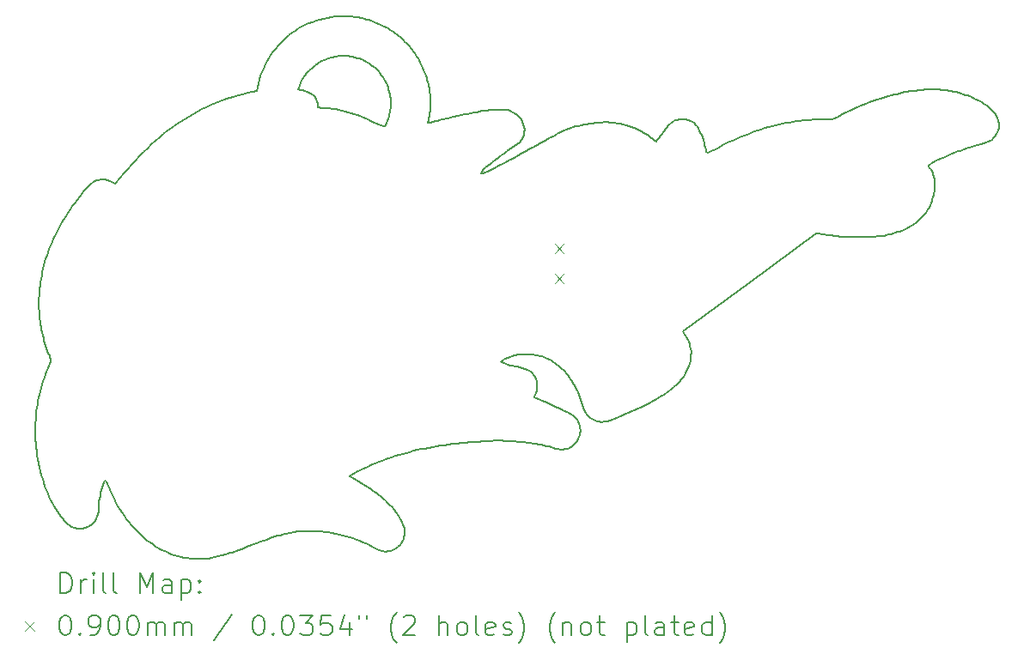
<source format=gbr>
%TF.GenerationSoftware,KiCad,Pcbnew,8.0.6*%
%TF.CreationDate,2024-11-25T21:34:24-05:00*%
%TF.ProjectId,mason-comet-ornament,6d61736f-6e2d-4636-9f6d-65742d6f726e,rev?*%
%TF.SameCoordinates,Original*%
%TF.FileFunction,Drillmap*%
%TF.FilePolarity,Positive*%
%FSLAX45Y45*%
G04 Gerber Fmt 4.5, Leading zero omitted, Abs format (unit mm)*
G04 Created by KiCad (PCBNEW 8.0.6) date 2024-11-25 21:34:24*
%MOMM*%
%LPD*%
G01*
G04 APERTURE LIST*
%ADD10C,0.200000*%
%ADD11C,0.100000*%
G04 APERTURE END LIST*
D10*
X10186515Y-4182843D02*
X10250736Y-4189804D01*
X6852713Y-5418366D02*
X6860980Y-5411960D01*
X5052149Y-2910973D02*
X5052149Y-2898859D01*
X8776526Y-3083129D02*
X8755608Y-3060994D01*
X7174893Y-5348348D02*
X7195636Y-5351631D01*
X7216111Y-5355809D01*
X7236308Y-5360870D01*
X7256219Y-5366805D01*
X7275833Y-5373606D01*
X7295141Y-5381260D01*
X7314134Y-5389761D01*
X7332803Y-5399096D01*
X7351138Y-5409258D01*
X7369130Y-5420236D01*
X7386769Y-5432020D01*
X7404047Y-5444601D01*
X7420953Y-5457969D01*
X7437478Y-5472115D01*
X7453614Y-5487028D01*
X7469350Y-5502699D01*
X7484677Y-5519119D01*
X7499586Y-5536278D01*
X7514067Y-5554165D01*
X7528112Y-5572772D01*
X7541710Y-5592089D01*
X7554853Y-5612106D01*
X7567531Y-5632813D01*
X7579734Y-5654200D01*
X7591454Y-5676259D01*
X7602680Y-5698979D01*
X7613404Y-5722351D01*
X7623616Y-5746364D01*
X7633306Y-5771010D01*
X7642466Y-5796278D01*
X7651087Y-5822160D01*
X7659157Y-5848644D01*
X4859431Y-7092343D02*
X4945179Y-7090089D01*
X10387499Y-4189908D02*
X10524263Y-4190012D01*
X4945179Y-7090089D02*
X5030927Y-7087835D01*
X2885944Y-3626052D02*
X2865430Y-3632042D01*
X2842799Y-3641423D01*
X2821625Y-3654460D01*
X2804378Y-3668636D01*
X2785734Y-3687065D01*
X2770212Y-3704189D01*
X2752886Y-3724542D01*
X2740117Y-3740081D01*
X2726223Y-3757322D01*
X11748979Y-3015650D02*
X11736343Y-2990135D01*
X11719130Y-2964963D01*
X11697653Y-2940284D01*
X11672221Y-2916250D01*
X11643147Y-2893015D01*
X11610742Y-2870729D01*
X11593388Y-2859990D01*
X11575317Y-2849546D01*
X11556569Y-2839415D01*
X11537183Y-2829617D01*
X11517197Y-2820170D01*
X11496651Y-2811094D01*
X11475583Y-2802407D01*
X11454032Y-2794129D01*
X11432038Y-2786279D01*
X11409639Y-2778875D01*
X11386873Y-2771937D01*
X11363781Y-2765484D01*
X11340400Y-2759534D01*
X11316771Y-2754107D01*
X11292930Y-2749222D01*
X11268919Y-2744897D01*
X11244774Y-2741153D01*
X11220536Y-2738007D01*
X11196244Y-2735479D01*
X11171935Y-2733587D01*
X11062513Y-3915590D02*
X11073884Y-3895035D01*
X11084615Y-3872794D01*
X11092611Y-3854126D01*
X11099976Y-3834955D01*
X11106611Y-3815539D01*
X11112419Y-3796134D01*
X11118364Y-3772283D01*
X11119362Y-3767607D01*
X7181603Y-5769553D02*
X7183625Y-5763093D01*
X7370688Y-6269026D02*
X7395334Y-6275997D01*
X7417996Y-6280870D01*
X7439056Y-6283637D01*
X7463708Y-6284121D01*
X7487194Y-6281286D01*
X7510260Y-6275115D01*
X7528909Y-6267765D01*
X7533648Y-6265591D01*
X6985307Y-5358439D02*
X7026749Y-5347739D01*
X7136582Y-5343140D02*
X7174893Y-5348348D01*
X6860980Y-5411960D02*
X6879679Y-5400520D01*
X6898710Y-5391068D01*
X6920514Y-5381391D01*
X6943365Y-5372231D01*
X6965538Y-5364333D01*
X6985307Y-5358439D01*
X8722450Y-5288385D02*
X8717702Y-5266700D01*
X8711408Y-5244892D01*
X8703686Y-5223258D01*
X8694656Y-5202089D01*
X8684436Y-5181682D01*
X8673146Y-5162329D01*
X8668356Y-5154950D01*
X7208408Y-5702772D02*
X7210250Y-5669239D01*
X7212131Y-5635706D02*
X7205062Y-5611209D01*
X11127057Y-3618425D02*
X11121224Y-3590886D01*
X5745790Y-7288176D02*
X5766569Y-7283681D01*
X5786379Y-7277200D01*
X5805099Y-7268838D01*
X5822611Y-7258697D01*
X5838796Y-7246884D01*
X5858104Y-7228709D01*
X5874558Y-7207992D01*
X5887875Y-7184980D01*
X5895633Y-7166363D01*
X5899678Y-7153363D01*
X10178231Y-2997970D02*
X10118161Y-3029714D01*
X6722856Y-6201959D02*
X6825066Y-6197432D01*
X6925218Y-2937954D02*
X6898288Y-2930743D01*
X8873243Y-3323158D02*
X8868141Y-3302326D01*
X8862806Y-3282003D01*
X8857259Y-3262244D01*
X8848594Y-3233793D01*
X8839586Y-3206940D01*
X8830311Y-3181878D01*
X8820850Y-3158804D01*
X8811279Y-3137912D01*
X8801679Y-3119397D01*
X8788967Y-3098745D01*
X8776526Y-3083129D01*
X7533648Y-6265591D02*
X7557161Y-6254514D01*
X5616095Y-7259402D02*
X5651686Y-7279801D01*
X10576048Y-4182675D02*
X10601757Y-4178777D01*
X10626802Y-4174461D01*
X10651193Y-4169722D01*
X10674941Y-4164557D01*
X10698058Y-4158963D01*
X10720553Y-4152935D01*
X10742439Y-4146469D01*
X10763726Y-4139563D01*
X10784425Y-4132212D01*
X10804548Y-4124413D01*
X10824106Y-4116161D01*
X10843109Y-4107454D01*
X10861568Y-4098287D01*
X10879495Y-4088657D01*
X10896901Y-4078560D01*
X10913796Y-4067993D01*
X3100403Y-3603452D02*
X3049799Y-3665472D01*
X7205062Y-5611209D02*
X7197488Y-5588760D01*
X7188287Y-5568547D01*
X7177296Y-5550449D01*
X7164355Y-5534345D01*
X7149301Y-5520111D01*
X7131974Y-5507627D01*
X7112211Y-5496770D01*
X7089851Y-5487419D01*
X7064732Y-5479451D01*
X7036694Y-5472746D01*
X7016299Y-5468916D01*
X10994605Y-3998063D02*
X11042257Y-3949660D01*
X9305148Y-4637904D02*
X9963896Y-4153658D01*
X7847115Y-6015505D02*
X7873724Y-6011247D01*
X6661139Y-3560860D02*
X6669290Y-3541897D01*
X6687741Y-3521631D01*
X6704665Y-3505257D01*
X6724713Y-3487060D01*
X6747392Y-3467444D01*
X6772209Y-3446811D01*
X6798671Y-3425563D01*
X6826287Y-3404104D01*
X6854561Y-3382835D01*
X6883003Y-3362159D01*
X6911118Y-3342478D01*
X6938415Y-3324196D01*
X6964400Y-3307714D01*
X6988581Y-3293435D01*
X10118161Y-3029714D02*
X10031125Y-3028516D01*
X5906997Y-7126415D02*
X5904815Y-7092130D01*
X6695245Y-2942573D02*
X6669403Y-2946540D01*
X6642803Y-2950890D01*
X6615347Y-2955643D01*
X6586935Y-2960819D01*
X6557467Y-2966437D01*
X6526844Y-2972516D01*
X6494967Y-2979078D01*
X6461737Y-2986140D01*
X6427053Y-2993724D01*
X6390817Y-3001848D01*
X6352930Y-3010533D01*
X6333335Y-3015091D01*
X6313291Y-3019797D01*
X6292784Y-3024654D01*
X6271801Y-3029662D01*
X6250332Y-3034826D01*
X6228362Y-3040146D01*
X6205880Y-3045627D01*
X6182874Y-3051270D01*
X6159330Y-3057078D01*
X6135236Y-3063053D01*
X7639545Y-6099159D02*
X7635143Y-6070690D01*
X5902651Y-7057845D02*
X5891915Y-7031505D01*
X2403970Y-5357327D02*
X2412057Y-5375804D01*
X2418587Y-5395155D01*
X2414940Y-5417661D01*
X2406055Y-5439167D01*
X2399640Y-5454151D01*
X5522494Y-6462191D02*
X5553543Y-6447933D01*
X5584956Y-6434080D01*
X5616740Y-6420634D01*
X5648900Y-6407591D01*
X5681440Y-6394952D01*
X5714366Y-6382715D01*
X5747683Y-6370878D01*
X5781396Y-6359442D01*
X5815510Y-6348404D01*
X5850031Y-6337763D01*
X5884964Y-6327519D01*
X5920314Y-6317670D01*
X5956086Y-6308215D01*
X5992285Y-6299154D01*
X6028917Y-6290484D01*
X6065987Y-6282205D01*
X6103499Y-6274315D01*
X6141460Y-6266814D01*
X6179873Y-6259700D01*
X6218745Y-6252973D01*
X6258081Y-6246631D01*
X6297886Y-6240672D01*
X6338164Y-6235097D01*
X6378922Y-6229903D01*
X6420164Y-6225090D01*
X6461896Y-6220656D01*
X6504122Y-6216601D01*
X6546848Y-6212923D01*
X6590079Y-6209620D01*
X6633821Y-6206693D01*
X6678078Y-6204140D01*
X6722856Y-6201959D01*
X11119362Y-3767607D02*
X11127092Y-3730316D01*
X8349666Y-3222290D02*
X8328676Y-3205338D01*
X8307067Y-3189290D01*
X8284845Y-3174148D01*
X8262015Y-3159915D01*
X8238582Y-3146593D01*
X8214552Y-3134183D01*
X8189931Y-3122689D01*
X8164722Y-3112112D01*
X8138933Y-3102454D01*
X8112567Y-3093718D01*
X8085631Y-3085906D01*
X8058130Y-3079020D01*
X8030068Y-3073062D01*
X8001453Y-3068034D01*
X7972288Y-3063939D01*
X7942579Y-3060779D01*
X8646400Y-5122168D02*
X9305148Y-4637904D01*
X5767943Y-2869084D02*
X5767395Y-2891311D01*
X5765796Y-2913432D01*
X5763156Y-2935411D01*
X5759483Y-2957213D01*
X5754787Y-2978801D01*
X5749077Y-3000139D01*
X5742363Y-3021191D01*
X5734654Y-3041922D01*
X5725960Y-3062294D01*
X5716289Y-3082271D01*
X5709304Y-3095353D01*
X7016299Y-5468916D02*
X6992530Y-5464431D01*
X6968853Y-5459107D01*
X6945655Y-5453054D01*
X6923318Y-5446381D01*
X6902228Y-5439198D01*
X6882769Y-5431615D01*
X6875528Y-5428494D01*
X6825066Y-6197432D02*
X6921765Y-6201959D01*
X7618555Y-6180702D02*
X7626142Y-6160897D01*
X7631766Y-6141326D01*
X7634570Y-6128201D01*
X5586856Y-3048883D02*
X5556460Y-3033972D01*
X5526329Y-3020010D01*
X5496397Y-3006979D01*
X5466596Y-2994859D01*
X5436858Y-2983633D01*
X5407117Y-2973282D01*
X5377304Y-2963788D01*
X5347352Y-2955131D01*
X5317193Y-2947294D01*
X5286761Y-2940257D01*
X5255986Y-2934003D01*
X5224803Y-2928513D01*
X5193143Y-2923768D01*
X5160939Y-2919749D01*
X5128124Y-2916439D01*
X5094630Y-2913819D01*
X5891915Y-7031505D02*
X5878044Y-7000499D01*
X5861813Y-6969711D01*
X5843235Y-6939153D01*
X5822324Y-6908840D01*
X5799096Y-6878784D01*
X5773563Y-6848999D01*
X5759937Y-6834212D01*
X5745741Y-6819498D01*
X5730975Y-6804858D01*
X5715643Y-6790294D01*
X5699745Y-6775808D01*
X5683284Y-6761400D01*
X5666261Y-6747074D01*
X5648678Y-6732830D01*
X5630537Y-6718671D01*
X5611840Y-6704597D01*
X5592588Y-6690611D01*
X5572784Y-6676714D01*
X5552428Y-6662908D01*
X5531523Y-6649194D01*
X5510071Y-6635574D01*
X5488073Y-6622051D01*
X5465531Y-6608624D01*
X5442447Y-6595297D01*
X5418823Y-6582070D01*
X5394660Y-6568946D01*
X11758033Y-3038250D02*
X11748979Y-3015650D01*
X11583031Y-3274342D02*
X11609928Y-3267559D01*
X11634254Y-3259737D01*
X11656127Y-3250778D01*
X11675667Y-3240584D01*
X11692995Y-3229056D01*
X11708230Y-3216098D01*
X11725494Y-3196424D01*
X11739534Y-3173799D01*
X11748120Y-3154754D01*
X11755171Y-3133821D01*
X7585415Y-5969947D02*
X7562654Y-5945361D01*
X4374595Y-7236157D02*
X4394149Y-7228583D01*
X4413108Y-7221291D01*
X4449323Y-7207522D01*
X4483406Y-7194800D01*
X4515522Y-7183072D01*
X4545836Y-7172288D01*
X4574514Y-7162394D01*
X4601721Y-7153341D01*
X4627622Y-7145076D01*
X4652382Y-7137547D01*
X4676167Y-7130704D01*
X4699142Y-7124494D01*
X4721471Y-7118867D01*
X4743321Y-7113770D01*
X4764857Y-7109152D01*
X4786244Y-7104962D01*
X4807646Y-7101147D01*
X8469430Y-3134753D02*
X8455577Y-3154843D01*
X8442332Y-3173075D01*
X8428266Y-3191810D01*
X8414397Y-3209742D01*
X8401745Y-3225566D01*
X8387275Y-3242488D01*
X8381535Y-3247538D01*
X5361502Y-6546042D02*
X5382131Y-6533799D01*
X5401751Y-6523206D01*
X5425227Y-6510853D01*
X5444306Y-6500986D01*
X5463822Y-6491032D01*
X5483032Y-6481378D01*
X5501193Y-6472410D01*
X5522494Y-6462191D01*
X6898288Y-2930743D02*
X6834049Y-2931137D01*
X7942579Y-3060779D02*
X7888700Y-3055948D01*
X2726223Y-3757322D02*
X2701061Y-3789269D01*
X2676679Y-3821230D01*
X2653073Y-3853207D01*
X2630245Y-3885204D01*
X2608191Y-3917222D01*
X2586912Y-3949265D01*
X2566405Y-3981335D01*
X2546671Y-4013434D01*
X2527708Y-4045565D01*
X2509515Y-4077731D01*
X2492091Y-4109934D01*
X2475435Y-4142177D01*
X2459545Y-4174463D01*
X2444422Y-4206793D01*
X2430063Y-4239171D01*
X2416468Y-4271600D01*
X2403635Y-4304081D01*
X2391564Y-4336617D01*
X2380253Y-4369212D01*
X2369702Y-4401867D01*
X2359909Y-4434585D01*
X2350874Y-4467369D01*
X2342595Y-4500221D01*
X2335071Y-4533144D01*
X2328301Y-4566141D01*
X2322284Y-4599214D01*
X2317019Y-4632365D01*
X2312505Y-4665598D01*
X2308742Y-4698915D01*
X2305727Y-4732318D01*
X2303459Y-4765810D01*
X2301939Y-4799394D01*
X7634570Y-6128201D02*
X7639545Y-6099159D01*
X5631039Y-2538563D02*
X5647022Y-2555358D01*
X5662090Y-2572848D01*
X5676225Y-2590993D01*
X5689412Y-2609755D01*
X5701635Y-2629096D01*
X5712879Y-2648977D01*
X5723127Y-2669360D01*
X5732364Y-2690207D01*
X5740574Y-2711480D01*
X5747740Y-2733140D01*
X5753847Y-2755148D01*
X5758880Y-2777468D01*
X5762821Y-2800059D01*
X5765656Y-2822885D01*
X5767369Y-2845906D01*
X5767943Y-2869084D01*
X7210250Y-5669239D02*
X7212131Y-5635706D01*
X7501904Y-5914655D02*
X7482180Y-5904812D01*
X7460597Y-5894278D01*
X7437447Y-5883185D01*
X7413018Y-5871668D01*
X7387600Y-5859859D01*
X7361483Y-5847891D01*
X7334956Y-5835897D01*
X7308309Y-5824011D01*
X7281831Y-5812365D01*
X7255812Y-5801094D01*
X7238864Y-5793853D01*
X11108537Y-2729490D02*
X11038106Y-2733802D01*
X10250736Y-4189804D02*
X10387499Y-4189908D01*
X2911801Y-3619413D02*
X2885944Y-3626052D01*
X5651221Y-3081324D02*
X5586856Y-3048883D01*
X7081666Y-5345450D02*
X7136582Y-5343140D01*
X8931416Y-3340479D02*
X8911102Y-3351933D01*
X8891584Y-3360640D01*
X8878372Y-3344907D01*
X8873243Y-3323158D01*
X8727515Y-3046965D02*
X8699403Y-3032900D01*
X6769827Y-2931532D02*
X6695245Y-2942573D01*
X7607497Y-6204179D02*
X7618555Y-6180702D01*
X2675010Y-7063712D02*
X2702495Y-7067613D01*
X11121224Y-3590886D02*
X11115869Y-3570171D01*
X11107721Y-3548941D01*
X11096870Y-3529203D01*
X11084715Y-3512246D01*
X11080730Y-3507339D01*
X7820238Y-6011247D02*
X7847115Y-6015505D01*
X2304444Y-4938233D02*
X2306904Y-4965962D01*
X2309918Y-4993703D01*
X2313473Y-5021412D01*
X2317560Y-5049040D01*
X2322166Y-5076542D01*
X2327281Y-5103870D01*
X2332893Y-5130978D01*
X2338992Y-5157819D01*
X2345567Y-5184347D01*
X2352606Y-5210513D01*
X2360098Y-5236273D01*
X2368032Y-5261579D01*
X2376398Y-5286384D01*
X2385183Y-5310641D01*
X2394378Y-5334304D01*
X2403970Y-5357327D01*
X5690462Y-3091488D02*
X5651221Y-3081324D01*
X8724169Y-5404409D02*
X8726316Y-5362967D01*
X11755171Y-3133821D02*
X11762293Y-3109181D01*
X11127092Y-3674362D02*
X11127057Y-3618425D01*
X5907959Y-2261666D02*
X5892689Y-2246771D01*
X5877091Y-2232292D01*
X5861174Y-2218235D01*
X5844948Y-2204602D01*
X5828421Y-2191397D01*
X5811601Y-2178624D01*
X5794498Y-2166287D01*
X5777120Y-2154389D01*
X5759476Y-2142934D01*
X5741575Y-2131925D01*
X5723426Y-2121366D01*
X5705037Y-2111261D01*
X5686417Y-2101614D01*
X5667576Y-2092427D01*
X5648521Y-2083705D01*
X5629263Y-2075452D01*
X5609808Y-2067670D01*
X5590167Y-2060365D01*
X5570348Y-2053538D01*
X5550361Y-2047194D01*
X5530212Y-2041337D01*
X5509913Y-2035970D01*
X5489470Y-2031097D01*
X5468894Y-2026722D01*
X5448192Y-2022847D01*
X5427375Y-2019478D01*
X5406450Y-2016617D01*
X5385426Y-2014268D01*
X5364312Y-2012434D01*
X5343117Y-2011120D01*
X5321850Y-2010330D01*
X5300520Y-2010065D01*
X2264630Y-6146199D02*
X2266098Y-6185407D01*
X2268713Y-6224859D01*
X2272433Y-6264464D01*
X2277216Y-6304129D01*
X2283021Y-6343762D01*
X2289808Y-6383270D01*
X2297534Y-6422561D01*
X2306158Y-6461542D01*
X2315638Y-6500120D01*
X2325934Y-6538204D01*
X2337005Y-6575701D01*
X2348807Y-6612518D01*
X2361301Y-6648563D01*
X2374445Y-6683744D01*
X2388198Y-6717967D01*
X2402518Y-6751140D01*
X2417363Y-6783172D01*
X2432693Y-6813969D01*
X2448466Y-6843439D01*
X2464641Y-6871490D01*
X2481176Y-6898028D01*
X2498030Y-6922962D01*
X2515161Y-6946199D01*
X2532529Y-6967647D01*
X2550091Y-6987213D01*
X2567807Y-7004804D01*
X2585636Y-7020329D01*
X2603534Y-7033694D01*
X2621463Y-7044807D01*
X2657242Y-7059909D01*
X2675010Y-7063712D01*
X7873724Y-6011247D02*
X7899838Y-6004751D01*
X7927626Y-5995786D01*
X7949395Y-5988128D01*
X7973347Y-5979291D01*
X7999130Y-5969421D01*
X8026390Y-5958658D01*
X8054775Y-5947147D01*
X8083931Y-5935030D01*
X8113506Y-5922451D01*
X8143146Y-5909553D01*
X8172498Y-5896479D01*
X8201211Y-5883372D01*
X8228930Y-5870375D01*
X8255302Y-5857632D01*
X8267874Y-5851400D01*
X4807646Y-7101147D02*
X4859431Y-7092343D01*
X10524263Y-4190012D02*
X10576048Y-4182675D01*
X8381535Y-3247538D02*
X8365467Y-3235358D01*
X8349666Y-3222290D01*
X7562654Y-5945361D02*
X7501904Y-5914655D01*
X2889004Y-6874501D02*
X2889649Y-6850196D01*
X2891530Y-6824313D01*
X2894565Y-6797250D01*
X2898671Y-6769401D01*
X2903768Y-6741163D01*
X2909771Y-6712932D01*
X2916600Y-6685105D01*
X2924172Y-6658077D01*
X2932405Y-6632244D01*
X2941218Y-6608003D01*
X2947374Y-6592922D01*
X2726348Y-7064088D02*
X2752549Y-7058480D01*
X2777016Y-7049735D01*
X2799565Y-7038068D01*
X2820012Y-7023694D01*
X2838172Y-7006826D01*
X2853861Y-6987680D01*
X2866896Y-6966469D01*
X2877092Y-6943409D01*
X2884265Y-6918713D01*
X2888232Y-6892596D01*
X2889004Y-6874501D01*
X6135236Y-3063053D02*
X6140693Y-3039164D01*
X6145464Y-3015145D01*
X6149546Y-2991009D01*
X6152939Y-2966771D01*
X6155640Y-2942446D01*
X6157647Y-2918050D01*
X6158958Y-2893596D01*
X6159572Y-2869100D01*
X11127092Y-3730316D02*
X11127092Y-3674362D01*
X5300517Y-2010049D02*
X5260560Y-2010978D01*
X5221031Y-2013718D01*
X5181972Y-2018230D01*
X5143428Y-2024478D01*
X5105443Y-2032423D01*
X5068059Y-2042027D01*
X5031320Y-2053253D01*
X4995271Y-2066062D01*
X4959954Y-2080416D01*
X4925412Y-2096279D01*
X4891691Y-2113611D01*
X4858832Y-2132375D01*
X4826881Y-2152533D01*
X4795879Y-2174048D01*
X4765871Y-2196880D01*
X4736901Y-2220993D01*
X4709011Y-2246348D01*
X4682247Y-2272908D01*
X4656650Y-2300635D01*
X4632264Y-2329490D01*
X4609134Y-2359436D01*
X4587303Y-2390435D01*
X4566813Y-2422449D01*
X4547710Y-2455440D01*
X4530036Y-2489370D01*
X4513835Y-2524202D01*
X4499150Y-2559898D01*
X4486026Y-2596419D01*
X4474505Y-2633727D01*
X4464632Y-2671786D01*
X4456449Y-2710556D01*
X4450000Y-2750000D01*
X11762293Y-3109181D02*
X11760163Y-3073715D01*
X11760163Y-3073715D02*
X11758033Y-3038250D01*
X2947374Y-6592922D02*
X2967863Y-6602105D01*
X2976183Y-6624827D01*
X7557161Y-6254514D02*
X7582338Y-6229356D01*
X2268889Y-5974221D02*
X2262304Y-6042594D01*
X8713558Y-5440823D02*
X8724169Y-5404409D01*
X10043094Y-4164788D02*
X10064857Y-4167779D01*
X10088544Y-4170918D01*
X10113007Y-4174061D01*
X10137096Y-4177064D01*
X10159664Y-4179785D01*
X10179561Y-4182078D01*
X10186515Y-4182843D01*
X2301939Y-4799394D02*
X2299380Y-4873994D01*
X8699403Y-3032900D02*
X8669968Y-3027944D01*
X11038106Y-2733802D02*
X11013640Y-2735520D01*
X10988882Y-2737703D01*
X10963845Y-2740344D01*
X10938543Y-2743442D01*
X10912990Y-2746990D01*
X10887200Y-2750986D01*
X10861186Y-2755424D01*
X10834962Y-2760301D01*
X10808542Y-2765612D01*
X10781939Y-2771353D01*
X10755167Y-2777520D01*
X10728241Y-2784109D01*
X10701172Y-2791116D01*
X10673976Y-2798535D01*
X10646666Y-2806364D01*
X10619256Y-2814598D01*
X10591759Y-2823233D01*
X10564189Y-2832264D01*
X10536560Y-2841687D01*
X10508886Y-2851498D01*
X10481179Y-2861693D01*
X10453455Y-2872268D01*
X10425726Y-2883218D01*
X10398007Y-2894540D01*
X10370310Y-2906228D01*
X10342650Y-2918279D01*
X10315041Y-2930689D01*
X10287496Y-2943454D01*
X10260028Y-2956568D01*
X10232653Y-2970028D01*
X10205382Y-2983831D01*
X10178231Y-2997970D01*
X7026749Y-5347739D02*
X7081666Y-5345450D01*
X5030927Y-7087835D02*
X5084018Y-7092792D01*
X7582338Y-6229356D02*
X7607497Y-6204179D01*
X3033175Y-3653465D02*
X3016131Y-3642982D01*
X2996620Y-3634231D01*
X2975454Y-3627494D01*
X2953447Y-3623051D01*
X2940807Y-3621650D01*
X11042257Y-3949660D02*
X11062513Y-3915590D01*
X3796746Y-7361808D02*
X3825775Y-7364344D01*
X3854408Y-7365787D01*
X3882932Y-7366074D01*
X3911635Y-7365142D01*
X3940803Y-7362929D01*
X3970726Y-7359373D01*
X4001688Y-7354410D01*
X4033979Y-7347979D01*
X4067885Y-7340017D01*
X4103694Y-7330461D01*
X4141693Y-7319248D01*
X4161603Y-7313002D01*
X4182169Y-7306318D01*
X4203426Y-7299188D01*
X4225410Y-7291606D01*
X4248157Y-7283562D01*
X4271703Y-7275050D01*
X4296084Y-7266061D01*
X4321336Y-7256588D01*
X4347494Y-7246622D01*
X4374595Y-7236157D01*
X5716355Y-7292989D02*
X5745790Y-7288176D01*
X6834049Y-2931137D02*
X6769827Y-2931532D01*
X6159572Y-2869100D02*
X6159307Y-2847770D01*
X6158516Y-2826503D01*
X6157202Y-2805308D01*
X6155368Y-2784194D01*
X6153018Y-2763171D01*
X6150157Y-2742245D01*
X6146787Y-2721428D01*
X6142912Y-2700727D01*
X6138536Y-2680150D01*
X6133663Y-2659708D01*
X6128295Y-2639408D01*
X6122438Y-2619260D01*
X6116094Y-2599272D01*
X6109267Y-2579454D01*
X6101961Y-2559813D01*
X6094179Y-2540359D01*
X6085925Y-2521100D01*
X6077203Y-2502046D01*
X6068016Y-2483205D01*
X6058368Y-2464585D01*
X6048263Y-2446197D01*
X6037704Y-2428048D01*
X6026694Y-2410147D01*
X6015239Y-2392503D01*
X6003340Y-2375125D01*
X5991003Y-2358022D01*
X5978230Y-2341203D01*
X5965025Y-2324676D01*
X5951391Y-2308450D01*
X5937334Y-2292534D01*
X5922855Y-2276936D01*
X5907959Y-2261666D01*
X2399640Y-5454151D02*
X2387301Y-5484130D01*
X2375453Y-5514703D01*
X2364111Y-5545813D01*
X2353287Y-5577408D01*
X2342996Y-5609431D01*
X2333251Y-5641827D01*
X2324066Y-5674541D01*
X2315455Y-5707519D01*
X2307432Y-5740706D01*
X2300011Y-5774045D01*
X2293205Y-5807483D01*
X2287028Y-5840964D01*
X2281494Y-5874434D01*
X2276617Y-5907836D01*
X2272411Y-5941117D01*
X2268889Y-5974221D01*
X7838973Y-3058756D02*
X7810832Y-3060666D01*
X7782754Y-3063227D01*
X7754786Y-3066429D01*
X7726975Y-3070264D01*
X7699369Y-3074725D01*
X7672017Y-3079802D01*
X7644966Y-3085487D01*
X7618263Y-3091772D01*
X7591958Y-3098648D01*
X7566097Y-3106108D01*
X7549126Y-3111400D01*
X6921765Y-6201959D02*
X6955122Y-6203704D01*
X6987894Y-6205793D01*
X7020053Y-6208222D01*
X7051574Y-6210987D01*
X7082432Y-6214085D01*
X7112601Y-6217512D01*
X7142054Y-6221263D01*
X7170766Y-6225336D01*
X7198711Y-6229727D01*
X7225863Y-6234431D01*
X7252198Y-6239444D01*
X7277687Y-6244764D01*
X7302307Y-6250386D01*
X7326031Y-6256306D01*
X7348833Y-6262520D01*
X7370688Y-6269026D01*
X8267874Y-5851400D02*
X8291951Y-5839178D01*
X8315334Y-5826953D01*
X8338027Y-5814721D01*
X8360034Y-5802478D01*
X8381359Y-5790222D01*
X8402006Y-5777948D01*
X8421978Y-5765653D01*
X8441280Y-5753333D01*
X8459915Y-5740984D01*
X8477888Y-5728603D01*
X8495201Y-5716187D01*
X8511860Y-5703731D01*
X8527868Y-5691233D01*
X8557947Y-5666093D01*
X8585470Y-5640739D01*
X8610467Y-5615140D01*
X8632970Y-5589270D01*
X8653011Y-5563098D01*
X8670620Y-5536596D01*
X8685829Y-5509735D01*
X8698670Y-5482486D01*
X8709173Y-5454821D01*
X8713558Y-5440823D01*
X7183625Y-5763093D02*
X7191372Y-5743310D01*
X7197027Y-5729721D01*
X5709304Y-3095353D02*
X5690462Y-3091488D01*
X8728498Y-5321542D02*
X8722450Y-5288385D01*
X8668356Y-5154950D02*
X8646400Y-5122168D01*
X5651686Y-7279801D02*
X5684038Y-7286404D01*
X7659157Y-5848644D02*
X7667851Y-5875326D01*
X7677695Y-5899464D01*
X7688750Y-5921121D01*
X7701076Y-5940356D01*
X7714735Y-5957232D01*
X7729787Y-5971810D01*
X7746293Y-5984150D01*
X7764314Y-5994315D01*
X7783911Y-6002364D01*
X7805144Y-6008360D01*
X7820238Y-6011247D01*
X7406136Y-3173295D02*
X7385149Y-3184009D01*
X7366416Y-3193819D01*
X7345576Y-3204899D01*
X7323043Y-3217023D01*
X7299229Y-3229966D01*
X7274547Y-3243503D01*
X7249409Y-3257409D01*
X7224229Y-3271458D01*
X7199419Y-3285424D01*
X7175391Y-3299082D01*
X7167628Y-3303527D01*
X3049799Y-3665472D02*
X3033175Y-3653465D01*
X5094630Y-2913819D02*
X5052149Y-2910973D01*
X5300517Y-2401659D02*
X5323696Y-2402233D01*
X5346717Y-2403945D01*
X5369542Y-2406780D01*
X5392134Y-2410722D01*
X5414453Y-2415754D01*
X5436462Y-2421862D01*
X5458122Y-2429028D01*
X5479394Y-2437237D01*
X5500242Y-2446474D01*
X5520625Y-2456722D01*
X5540506Y-2467966D01*
X5559847Y-2480190D01*
X5578609Y-2493377D01*
X5596754Y-2507512D01*
X5614243Y-2522579D01*
X5631039Y-2538563D01*
X7238864Y-5793853D02*
X7181603Y-5769553D01*
X6988581Y-3293435D02*
X7015767Y-3275361D01*
X7038437Y-3254691D01*
X7056667Y-3231863D01*
X7070536Y-3207314D01*
X7080122Y-3181484D01*
X7085503Y-3154809D01*
X7086758Y-3127727D01*
X7083963Y-3100677D01*
X7077198Y-3074097D01*
X7066540Y-3048423D01*
X7052068Y-3024095D01*
X7033859Y-3001549D01*
X7011991Y-2981224D01*
X6986543Y-2963558D01*
X6957593Y-2948989D01*
X6925218Y-2937954D01*
X2976183Y-6624827D02*
X2990845Y-6663078D01*
X3006479Y-6700585D01*
X3023058Y-6737322D01*
X3040557Y-6773267D01*
X3058949Y-6808396D01*
X3078207Y-6842685D01*
X3098306Y-6876110D01*
X3119218Y-6908649D01*
X3140918Y-6940276D01*
X3163380Y-6970969D01*
X3186575Y-7000703D01*
X3210480Y-7029456D01*
X3235066Y-7057203D01*
X3260308Y-7083921D01*
X3286180Y-7109586D01*
X3312654Y-7134174D01*
X3339706Y-7157662D01*
X3367307Y-7180025D01*
X3395432Y-7201242D01*
X3424055Y-7221287D01*
X3453149Y-7240136D01*
X3482688Y-7257768D01*
X3512646Y-7274157D01*
X3542995Y-7289279D01*
X3573711Y-7303112D01*
X3604766Y-7315632D01*
X3636133Y-7326815D01*
X3667788Y-7336636D01*
X3699703Y-7345074D01*
X3731852Y-7352103D01*
X3764208Y-7357701D01*
X3796746Y-7361843D01*
X7549126Y-3111400D02*
X7495445Y-3128650D01*
X7635143Y-6070690D02*
X7630733Y-6049821D01*
X7624101Y-6029959D01*
X7615206Y-6011019D01*
X7604006Y-5992919D01*
X7590459Y-5975575D01*
X7585415Y-5969947D01*
X7197027Y-5729721D02*
X7208408Y-5702772D01*
X10031125Y-3028516D02*
X9998783Y-3028409D01*
X9966193Y-3028971D01*
X9933368Y-3030199D01*
X9900318Y-3032089D01*
X9867056Y-3034638D01*
X9833593Y-3037843D01*
X9799941Y-3041700D01*
X9766111Y-3046207D01*
X9732115Y-3051359D01*
X9697966Y-3057154D01*
X9663674Y-3063589D01*
X9629251Y-3070659D01*
X9594710Y-3078361D01*
X9560061Y-3086693D01*
X9525317Y-3095651D01*
X9490490Y-3105231D01*
X9455590Y-3115430D01*
X9420630Y-3126246D01*
X9385621Y-3137674D01*
X9350576Y-3149712D01*
X9315505Y-3162355D01*
X9280421Y-3175601D01*
X9245335Y-3189447D01*
X9210259Y-3203888D01*
X9175205Y-3218922D01*
X9140184Y-3234546D01*
X9105208Y-3250756D01*
X9070289Y-3267548D01*
X9035439Y-3284920D01*
X9000669Y-3302868D01*
X8965991Y-3321389D01*
X8931416Y-3340479D01*
X5394660Y-6568946D02*
X5376197Y-6558321D01*
X5361502Y-6546042D01*
X7888700Y-3055948D02*
X7838973Y-3058756D01*
X2940807Y-3621650D02*
X2911801Y-3619413D01*
X11080730Y-3507339D02*
X11068486Y-3491437D01*
X11065627Y-3485938D01*
X10913796Y-4067993D02*
X10946953Y-4046484D01*
X11065627Y-3485938D02*
X11086957Y-3469256D01*
X11107330Y-3456532D01*
X11131998Y-3442784D01*
X11160422Y-3428232D01*
X11192063Y-3413097D01*
X11226383Y-3397597D01*
X11262843Y-3381955D01*
X11281708Y-3374149D01*
X11300905Y-3366389D01*
X11320367Y-3358704D01*
X11340028Y-3351121D01*
X11359820Y-3343667D01*
X11379676Y-3336371D01*
X11399528Y-3329259D01*
X11419309Y-3322358D01*
X11438952Y-3315698D01*
X11458388Y-3309304D01*
X11477552Y-3303206D01*
X11514792Y-3292002D01*
X11550131Y-3282307D01*
X11583031Y-3274342D01*
X11171935Y-2733587D02*
X11108537Y-2729490D01*
X9963896Y-4153658D02*
X10043094Y-4164788D01*
X7167628Y-3303527D02*
X7141528Y-3318460D01*
X7115844Y-3333073D01*
X7090601Y-3347354D01*
X7065823Y-3361292D01*
X7041535Y-3374872D01*
X7017762Y-3388083D01*
X6994528Y-3400913D01*
X6971858Y-3413348D01*
X6949777Y-3425376D01*
X6928310Y-3436984D01*
X6907480Y-3448161D01*
X6887313Y-3458893D01*
X6867833Y-3469168D01*
X6849065Y-3478973D01*
X6831035Y-3488296D01*
X6797282Y-3505445D01*
X6766772Y-3520515D01*
X6739702Y-3533406D01*
X6716271Y-3544017D01*
X6696674Y-3552247D01*
X6674903Y-3559910D01*
X6661139Y-3560860D01*
X8612707Y-3027783D02*
X8590876Y-3032601D01*
X8570939Y-3039286D01*
X8552510Y-3048125D01*
X8535201Y-3059408D01*
X8518625Y-3073424D01*
X8502396Y-3090460D01*
X8486127Y-3110807D01*
X8473665Y-3128413D01*
X8469430Y-3134753D01*
X8640532Y-3022951D02*
X8612707Y-3027783D01*
X2262304Y-6042594D02*
X2264630Y-6146199D01*
X5684038Y-7286404D02*
X5716355Y-7292989D01*
X8755608Y-3060994D02*
X8727515Y-3046965D01*
X8669968Y-3027944D02*
X8640532Y-3022951D01*
X5899678Y-7153363D02*
X5906997Y-7126415D01*
X4450000Y-2750000D02*
X4403277Y-2758206D01*
X4356833Y-2767610D01*
X4310669Y-2778210D01*
X4264787Y-2790007D01*
X4219188Y-2802998D01*
X4173873Y-2817185D01*
X4128845Y-2832566D01*
X4084104Y-2849141D01*
X4039652Y-2866908D01*
X3995490Y-2885869D01*
X3951620Y-2906021D01*
X3908044Y-2927364D01*
X3864762Y-2949898D01*
X3821777Y-2973622D01*
X3779090Y-2998535D01*
X3736702Y-3024637D01*
X3694615Y-3051927D01*
X3652830Y-3080405D01*
X3611349Y-3110070D01*
X3570173Y-3140921D01*
X3529303Y-3172958D01*
X3488742Y-3206180D01*
X3448490Y-3240587D01*
X3408550Y-3276178D01*
X3368922Y-3312952D01*
X3329608Y-3350908D01*
X3290610Y-3390047D01*
X3251929Y-3430367D01*
X3213566Y-3471869D01*
X3175523Y-3514550D01*
X3137801Y-3558412D01*
X3100403Y-3603452D01*
X4855477Y-2733805D02*
X4868005Y-2697722D01*
X4883231Y-2663191D01*
X4901014Y-2630315D01*
X4921211Y-2599202D01*
X4943682Y-2569956D01*
X4968286Y-2542683D01*
X4994880Y-2517488D01*
X5023325Y-2494477D01*
X5053478Y-2473755D01*
X5085198Y-2455428D01*
X5118344Y-2439600D01*
X5152775Y-2426379D01*
X5188349Y-2415868D01*
X5224925Y-2408174D01*
X5262361Y-2403402D01*
X5300517Y-2401658D01*
X6875528Y-5428494D02*
X6852713Y-5418366D01*
X5052149Y-2898859D02*
X5050376Y-2874080D01*
X5045074Y-2851187D01*
X5036271Y-2830192D01*
X5023996Y-2811111D01*
X5008276Y-2793957D01*
X4989139Y-2778743D01*
X4966613Y-2765483D01*
X4940727Y-2754191D01*
X4921615Y-2747764D01*
X4901031Y-2742220D01*
X4878982Y-2737566D01*
X4855477Y-2733805D01*
X5084018Y-7092792D02*
X5119036Y-7096557D01*
X5154036Y-7101278D01*
X5188972Y-7106938D01*
X5223796Y-7113523D01*
X5258463Y-7121019D01*
X5292926Y-7129411D01*
X5327139Y-7138685D01*
X5361054Y-7148825D01*
X5394626Y-7159818D01*
X5427807Y-7171649D01*
X5460552Y-7184302D01*
X5492813Y-7197764D01*
X5524545Y-7212019D01*
X5555700Y-7227054D01*
X5586232Y-7242853D01*
X5616095Y-7259402D01*
X2299380Y-4873994D02*
X2304444Y-4938233D01*
X7495445Y-3128650D02*
X7406136Y-3173295D01*
X2702495Y-7067613D02*
X2726348Y-7064088D01*
X10946953Y-4046484D02*
X10994605Y-3998063D01*
X5904815Y-7092130D02*
X5902651Y-7057845D01*
X8726316Y-5362967D02*
X8728498Y-5321542D01*
D11*
X7385000Y-4255000D02*
X7475000Y-4345000D01*
X7475000Y-4255000D02*
X7385000Y-4345000D01*
X7385000Y-4555000D02*
X7475000Y-4645000D01*
X7475000Y-4555000D02*
X7385000Y-4645000D01*
D10*
X2513081Y-7699624D02*
X2513081Y-7499624D01*
X2513081Y-7499624D02*
X2560700Y-7499624D01*
X2560700Y-7499624D02*
X2589271Y-7509148D01*
X2589271Y-7509148D02*
X2608319Y-7528195D01*
X2608319Y-7528195D02*
X2617843Y-7547243D01*
X2617843Y-7547243D02*
X2627366Y-7585338D01*
X2627366Y-7585338D02*
X2627366Y-7613909D01*
X2627366Y-7613909D02*
X2617843Y-7652005D01*
X2617843Y-7652005D02*
X2608319Y-7671052D01*
X2608319Y-7671052D02*
X2589271Y-7690100D01*
X2589271Y-7690100D02*
X2560700Y-7699624D01*
X2560700Y-7699624D02*
X2513081Y-7699624D01*
X2713081Y-7699624D02*
X2713081Y-7566290D01*
X2713081Y-7604386D02*
X2722605Y-7585338D01*
X2722605Y-7585338D02*
X2732128Y-7575814D01*
X2732128Y-7575814D02*
X2751176Y-7566290D01*
X2751176Y-7566290D02*
X2770224Y-7566290D01*
X2836890Y-7699624D02*
X2836890Y-7566290D01*
X2836890Y-7499624D02*
X2827366Y-7509148D01*
X2827366Y-7509148D02*
X2836890Y-7518671D01*
X2836890Y-7518671D02*
X2846414Y-7509148D01*
X2846414Y-7509148D02*
X2836890Y-7499624D01*
X2836890Y-7499624D02*
X2836890Y-7518671D01*
X2960700Y-7699624D02*
X2941652Y-7690100D01*
X2941652Y-7690100D02*
X2932128Y-7671052D01*
X2932128Y-7671052D02*
X2932128Y-7499624D01*
X3065462Y-7699624D02*
X3046414Y-7690100D01*
X3046414Y-7690100D02*
X3036890Y-7671052D01*
X3036890Y-7671052D02*
X3036890Y-7499624D01*
X3294033Y-7699624D02*
X3294033Y-7499624D01*
X3294033Y-7499624D02*
X3360700Y-7642481D01*
X3360700Y-7642481D02*
X3427366Y-7499624D01*
X3427366Y-7499624D02*
X3427366Y-7699624D01*
X3608319Y-7699624D02*
X3608319Y-7594862D01*
X3608319Y-7594862D02*
X3598795Y-7575814D01*
X3598795Y-7575814D02*
X3579747Y-7566290D01*
X3579747Y-7566290D02*
X3541652Y-7566290D01*
X3541652Y-7566290D02*
X3522604Y-7575814D01*
X3608319Y-7690100D02*
X3589271Y-7699624D01*
X3589271Y-7699624D02*
X3541652Y-7699624D01*
X3541652Y-7699624D02*
X3522604Y-7690100D01*
X3522604Y-7690100D02*
X3513081Y-7671052D01*
X3513081Y-7671052D02*
X3513081Y-7652005D01*
X3513081Y-7652005D02*
X3522604Y-7632957D01*
X3522604Y-7632957D02*
X3541652Y-7623433D01*
X3541652Y-7623433D02*
X3589271Y-7623433D01*
X3589271Y-7623433D02*
X3608319Y-7613909D01*
X3703557Y-7566290D02*
X3703557Y-7766290D01*
X3703557Y-7575814D02*
X3722604Y-7566290D01*
X3722604Y-7566290D02*
X3760700Y-7566290D01*
X3760700Y-7566290D02*
X3779747Y-7575814D01*
X3779747Y-7575814D02*
X3789271Y-7585338D01*
X3789271Y-7585338D02*
X3798795Y-7604386D01*
X3798795Y-7604386D02*
X3798795Y-7661528D01*
X3798795Y-7661528D02*
X3789271Y-7680576D01*
X3789271Y-7680576D02*
X3779747Y-7690100D01*
X3779747Y-7690100D02*
X3760700Y-7699624D01*
X3760700Y-7699624D02*
X3722604Y-7699624D01*
X3722604Y-7699624D02*
X3703557Y-7690100D01*
X3884509Y-7680576D02*
X3894033Y-7690100D01*
X3894033Y-7690100D02*
X3884509Y-7699624D01*
X3884509Y-7699624D02*
X3874985Y-7690100D01*
X3874985Y-7690100D02*
X3884509Y-7680576D01*
X3884509Y-7680576D02*
X3884509Y-7699624D01*
X3884509Y-7575814D02*
X3894033Y-7585338D01*
X3894033Y-7585338D02*
X3884509Y-7594862D01*
X3884509Y-7594862D02*
X3874985Y-7585338D01*
X3874985Y-7585338D02*
X3884509Y-7575814D01*
X3884509Y-7575814D02*
X3884509Y-7594862D01*
D11*
X2162304Y-7983140D02*
X2252304Y-8073140D01*
X2252304Y-7983140D02*
X2162304Y-8073140D01*
D10*
X2551176Y-7919624D02*
X2570224Y-7919624D01*
X2570224Y-7919624D02*
X2589271Y-7929148D01*
X2589271Y-7929148D02*
X2598795Y-7938671D01*
X2598795Y-7938671D02*
X2608319Y-7957719D01*
X2608319Y-7957719D02*
X2617843Y-7995814D01*
X2617843Y-7995814D02*
X2617843Y-8043433D01*
X2617843Y-8043433D02*
X2608319Y-8081528D01*
X2608319Y-8081528D02*
X2598795Y-8100576D01*
X2598795Y-8100576D02*
X2589271Y-8110100D01*
X2589271Y-8110100D02*
X2570224Y-8119624D01*
X2570224Y-8119624D02*
X2551176Y-8119624D01*
X2551176Y-8119624D02*
X2532128Y-8110100D01*
X2532128Y-8110100D02*
X2522605Y-8100576D01*
X2522605Y-8100576D02*
X2513081Y-8081528D01*
X2513081Y-8081528D02*
X2503557Y-8043433D01*
X2503557Y-8043433D02*
X2503557Y-7995814D01*
X2503557Y-7995814D02*
X2513081Y-7957719D01*
X2513081Y-7957719D02*
X2522605Y-7938671D01*
X2522605Y-7938671D02*
X2532128Y-7929148D01*
X2532128Y-7929148D02*
X2551176Y-7919624D01*
X2703557Y-8100576D02*
X2713081Y-8110100D01*
X2713081Y-8110100D02*
X2703557Y-8119624D01*
X2703557Y-8119624D02*
X2694033Y-8110100D01*
X2694033Y-8110100D02*
X2703557Y-8100576D01*
X2703557Y-8100576D02*
X2703557Y-8119624D01*
X2808319Y-8119624D02*
X2846414Y-8119624D01*
X2846414Y-8119624D02*
X2865462Y-8110100D01*
X2865462Y-8110100D02*
X2874985Y-8100576D01*
X2874985Y-8100576D02*
X2894033Y-8072005D01*
X2894033Y-8072005D02*
X2903557Y-8033909D01*
X2903557Y-8033909D02*
X2903557Y-7957719D01*
X2903557Y-7957719D02*
X2894033Y-7938671D01*
X2894033Y-7938671D02*
X2884509Y-7929148D01*
X2884509Y-7929148D02*
X2865462Y-7919624D01*
X2865462Y-7919624D02*
X2827366Y-7919624D01*
X2827366Y-7919624D02*
X2808319Y-7929148D01*
X2808319Y-7929148D02*
X2798795Y-7938671D01*
X2798795Y-7938671D02*
X2789271Y-7957719D01*
X2789271Y-7957719D02*
X2789271Y-8005338D01*
X2789271Y-8005338D02*
X2798795Y-8024386D01*
X2798795Y-8024386D02*
X2808319Y-8033909D01*
X2808319Y-8033909D02*
X2827366Y-8043433D01*
X2827366Y-8043433D02*
X2865462Y-8043433D01*
X2865462Y-8043433D02*
X2884509Y-8033909D01*
X2884509Y-8033909D02*
X2894033Y-8024386D01*
X2894033Y-8024386D02*
X2903557Y-8005338D01*
X3027366Y-7919624D02*
X3046414Y-7919624D01*
X3046414Y-7919624D02*
X3065462Y-7929148D01*
X3065462Y-7929148D02*
X3074985Y-7938671D01*
X3074985Y-7938671D02*
X3084509Y-7957719D01*
X3084509Y-7957719D02*
X3094033Y-7995814D01*
X3094033Y-7995814D02*
X3094033Y-8043433D01*
X3094033Y-8043433D02*
X3084509Y-8081528D01*
X3084509Y-8081528D02*
X3074985Y-8100576D01*
X3074985Y-8100576D02*
X3065462Y-8110100D01*
X3065462Y-8110100D02*
X3046414Y-8119624D01*
X3046414Y-8119624D02*
X3027366Y-8119624D01*
X3027366Y-8119624D02*
X3008319Y-8110100D01*
X3008319Y-8110100D02*
X2998795Y-8100576D01*
X2998795Y-8100576D02*
X2989271Y-8081528D01*
X2989271Y-8081528D02*
X2979747Y-8043433D01*
X2979747Y-8043433D02*
X2979747Y-7995814D01*
X2979747Y-7995814D02*
X2989271Y-7957719D01*
X2989271Y-7957719D02*
X2998795Y-7938671D01*
X2998795Y-7938671D02*
X3008319Y-7929148D01*
X3008319Y-7929148D02*
X3027366Y-7919624D01*
X3217843Y-7919624D02*
X3236890Y-7919624D01*
X3236890Y-7919624D02*
X3255938Y-7929148D01*
X3255938Y-7929148D02*
X3265462Y-7938671D01*
X3265462Y-7938671D02*
X3274985Y-7957719D01*
X3274985Y-7957719D02*
X3284509Y-7995814D01*
X3284509Y-7995814D02*
X3284509Y-8043433D01*
X3284509Y-8043433D02*
X3274985Y-8081528D01*
X3274985Y-8081528D02*
X3265462Y-8100576D01*
X3265462Y-8100576D02*
X3255938Y-8110100D01*
X3255938Y-8110100D02*
X3236890Y-8119624D01*
X3236890Y-8119624D02*
X3217843Y-8119624D01*
X3217843Y-8119624D02*
X3198795Y-8110100D01*
X3198795Y-8110100D02*
X3189271Y-8100576D01*
X3189271Y-8100576D02*
X3179747Y-8081528D01*
X3179747Y-8081528D02*
X3170224Y-8043433D01*
X3170224Y-8043433D02*
X3170224Y-7995814D01*
X3170224Y-7995814D02*
X3179747Y-7957719D01*
X3179747Y-7957719D02*
X3189271Y-7938671D01*
X3189271Y-7938671D02*
X3198795Y-7929148D01*
X3198795Y-7929148D02*
X3217843Y-7919624D01*
X3370224Y-8119624D02*
X3370224Y-7986290D01*
X3370224Y-8005338D02*
X3379747Y-7995814D01*
X3379747Y-7995814D02*
X3398795Y-7986290D01*
X3398795Y-7986290D02*
X3427366Y-7986290D01*
X3427366Y-7986290D02*
X3446414Y-7995814D01*
X3446414Y-7995814D02*
X3455938Y-8014862D01*
X3455938Y-8014862D02*
X3455938Y-8119624D01*
X3455938Y-8014862D02*
X3465462Y-7995814D01*
X3465462Y-7995814D02*
X3484509Y-7986290D01*
X3484509Y-7986290D02*
X3513081Y-7986290D01*
X3513081Y-7986290D02*
X3532128Y-7995814D01*
X3532128Y-7995814D02*
X3541652Y-8014862D01*
X3541652Y-8014862D02*
X3541652Y-8119624D01*
X3636890Y-8119624D02*
X3636890Y-7986290D01*
X3636890Y-8005338D02*
X3646414Y-7995814D01*
X3646414Y-7995814D02*
X3665462Y-7986290D01*
X3665462Y-7986290D02*
X3694033Y-7986290D01*
X3694033Y-7986290D02*
X3713081Y-7995814D01*
X3713081Y-7995814D02*
X3722605Y-8014862D01*
X3722605Y-8014862D02*
X3722605Y-8119624D01*
X3722605Y-8014862D02*
X3732128Y-7995814D01*
X3732128Y-7995814D02*
X3751176Y-7986290D01*
X3751176Y-7986290D02*
X3779747Y-7986290D01*
X3779747Y-7986290D02*
X3798795Y-7995814D01*
X3798795Y-7995814D02*
X3808319Y-8014862D01*
X3808319Y-8014862D02*
X3808319Y-8119624D01*
X4198795Y-7910100D02*
X4027367Y-8167243D01*
X4455938Y-7919624D02*
X4474986Y-7919624D01*
X4474986Y-7919624D02*
X4494033Y-7929148D01*
X4494033Y-7929148D02*
X4503557Y-7938671D01*
X4503557Y-7938671D02*
X4513081Y-7957719D01*
X4513081Y-7957719D02*
X4522605Y-7995814D01*
X4522605Y-7995814D02*
X4522605Y-8043433D01*
X4522605Y-8043433D02*
X4513081Y-8081528D01*
X4513081Y-8081528D02*
X4503557Y-8100576D01*
X4503557Y-8100576D02*
X4494033Y-8110100D01*
X4494033Y-8110100D02*
X4474986Y-8119624D01*
X4474986Y-8119624D02*
X4455938Y-8119624D01*
X4455938Y-8119624D02*
X4436890Y-8110100D01*
X4436890Y-8110100D02*
X4427367Y-8100576D01*
X4427367Y-8100576D02*
X4417843Y-8081528D01*
X4417843Y-8081528D02*
X4408319Y-8043433D01*
X4408319Y-8043433D02*
X4408319Y-7995814D01*
X4408319Y-7995814D02*
X4417843Y-7957719D01*
X4417843Y-7957719D02*
X4427367Y-7938671D01*
X4427367Y-7938671D02*
X4436890Y-7929148D01*
X4436890Y-7929148D02*
X4455938Y-7919624D01*
X4608319Y-8100576D02*
X4617843Y-8110100D01*
X4617843Y-8110100D02*
X4608319Y-8119624D01*
X4608319Y-8119624D02*
X4598795Y-8110100D01*
X4598795Y-8110100D02*
X4608319Y-8100576D01*
X4608319Y-8100576D02*
X4608319Y-8119624D01*
X4741652Y-7919624D02*
X4760700Y-7919624D01*
X4760700Y-7919624D02*
X4779748Y-7929148D01*
X4779748Y-7929148D02*
X4789271Y-7938671D01*
X4789271Y-7938671D02*
X4798795Y-7957719D01*
X4798795Y-7957719D02*
X4808319Y-7995814D01*
X4808319Y-7995814D02*
X4808319Y-8043433D01*
X4808319Y-8043433D02*
X4798795Y-8081528D01*
X4798795Y-8081528D02*
X4789271Y-8100576D01*
X4789271Y-8100576D02*
X4779748Y-8110100D01*
X4779748Y-8110100D02*
X4760700Y-8119624D01*
X4760700Y-8119624D02*
X4741652Y-8119624D01*
X4741652Y-8119624D02*
X4722605Y-8110100D01*
X4722605Y-8110100D02*
X4713081Y-8100576D01*
X4713081Y-8100576D02*
X4703557Y-8081528D01*
X4703557Y-8081528D02*
X4694033Y-8043433D01*
X4694033Y-8043433D02*
X4694033Y-7995814D01*
X4694033Y-7995814D02*
X4703557Y-7957719D01*
X4703557Y-7957719D02*
X4713081Y-7938671D01*
X4713081Y-7938671D02*
X4722605Y-7929148D01*
X4722605Y-7929148D02*
X4741652Y-7919624D01*
X4874986Y-7919624D02*
X4998795Y-7919624D01*
X4998795Y-7919624D02*
X4932129Y-7995814D01*
X4932129Y-7995814D02*
X4960700Y-7995814D01*
X4960700Y-7995814D02*
X4979748Y-8005338D01*
X4979748Y-8005338D02*
X4989271Y-8014862D01*
X4989271Y-8014862D02*
X4998795Y-8033909D01*
X4998795Y-8033909D02*
X4998795Y-8081528D01*
X4998795Y-8081528D02*
X4989271Y-8100576D01*
X4989271Y-8100576D02*
X4979748Y-8110100D01*
X4979748Y-8110100D02*
X4960700Y-8119624D01*
X4960700Y-8119624D02*
X4903557Y-8119624D01*
X4903557Y-8119624D02*
X4884510Y-8110100D01*
X4884510Y-8110100D02*
X4874986Y-8100576D01*
X5179748Y-7919624D02*
X5084510Y-7919624D01*
X5084510Y-7919624D02*
X5074986Y-8014862D01*
X5074986Y-8014862D02*
X5084510Y-8005338D01*
X5084510Y-8005338D02*
X5103557Y-7995814D01*
X5103557Y-7995814D02*
X5151176Y-7995814D01*
X5151176Y-7995814D02*
X5170224Y-8005338D01*
X5170224Y-8005338D02*
X5179748Y-8014862D01*
X5179748Y-8014862D02*
X5189271Y-8033909D01*
X5189271Y-8033909D02*
X5189271Y-8081528D01*
X5189271Y-8081528D02*
X5179748Y-8100576D01*
X5179748Y-8100576D02*
X5170224Y-8110100D01*
X5170224Y-8110100D02*
X5151176Y-8119624D01*
X5151176Y-8119624D02*
X5103557Y-8119624D01*
X5103557Y-8119624D02*
X5084510Y-8110100D01*
X5084510Y-8110100D02*
X5074986Y-8100576D01*
X5360700Y-7986290D02*
X5360700Y-8119624D01*
X5313081Y-7910100D02*
X5265462Y-8052957D01*
X5265462Y-8052957D02*
X5389271Y-8052957D01*
X5455938Y-7919624D02*
X5455938Y-7957719D01*
X5532129Y-7919624D02*
X5532129Y-7957719D01*
X5827367Y-8195814D02*
X5817843Y-8186290D01*
X5817843Y-8186290D02*
X5798795Y-8157719D01*
X5798795Y-8157719D02*
X5789271Y-8138671D01*
X5789271Y-8138671D02*
X5779748Y-8110100D01*
X5779748Y-8110100D02*
X5770224Y-8062481D01*
X5770224Y-8062481D02*
X5770224Y-8024386D01*
X5770224Y-8024386D02*
X5779748Y-7976767D01*
X5779748Y-7976767D02*
X5789271Y-7948195D01*
X5789271Y-7948195D02*
X5798795Y-7929148D01*
X5798795Y-7929148D02*
X5817843Y-7900576D01*
X5817843Y-7900576D02*
X5827367Y-7891052D01*
X5894033Y-7938671D02*
X5903557Y-7929148D01*
X5903557Y-7929148D02*
X5922605Y-7919624D01*
X5922605Y-7919624D02*
X5970224Y-7919624D01*
X5970224Y-7919624D02*
X5989271Y-7929148D01*
X5989271Y-7929148D02*
X5998795Y-7938671D01*
X5998795Y-7938671D02*
X6008319Y-7957719D01*
X6008319Y-7957719D02*
X6008319Y-7976767D01*
X6008319Y-7976767D02*
X5998795Y-8005338D01*
X5998795Y-8005338D02*
X5884510Y-8119624D01*
X5884510Y-8119624D02*
X6008319Y-8119624D01*
X6246414Y-8119624D02*
X6246414Y-7919624D01*
X6332129Y-8119624D02*
X6332129Y-8014862D01*
X6332129Y-8014862D02*
X6322605Y-7995814D01*
X6322605Y-7995814D02*
X6303557Y-7986290D01*
X6303557Y-7986290D02*
X6274986Y-7986290D01*
X6274986Y-7986290D02*
X6255938Y-7995814D01*
X6255938Y-7995814D02*
X6246414Y-8005338D01*
X6455938Y-8119624D02*
X6436891Y-8110100D01*
X6436891Y-8110100D02*
X6427367Y-8100576D01*
X6427367Y-8100576D02*
X6417843Y-8081528D01*
X6417843Y-8081528D02*
X6417843Y-8024386D01*
X6417843Y-8024386D02*
X6427367Y-8005338D01*
X6427367Y-8005338D02*
X6436891Y-7995814D01*
X6436891Y-7995814D02*
X6455938Y-7986290D01*
X6455938Y-7986290D02*
X6484510Y-7986290D01*
X6484510Y-7986290D02*
X6503557Y-7995814D01*
X6503557Y-7995814D02*
X6513081Y-8005338D01*
X6513081Y-8005338D02*
X6522605Y-8024386D01*
X6522605Y-8024386D02*
X6522605Y-8081528D01*
X6522605Y-8081528D02*
X6513081Y-8100576D01*
X6513081Y-8100576D02*
X6503557Y-8110100D01*
X6503557Y-8110100D02*
X6484510Y-8119624D01*
X6484510Y-8119624D02*
X6455938Y-8119624D01*
X6636891Y-8119624D02*
X6617843Y-8110100D01*
X6617843Y-8110100D02*
X6608319Y-8091052D01*
X6608319Y-8091052D02*
X6608319Y-7919624D01*
X6789272Y-8110100D02*
X6770224Y-8119624D01*
X6770224Y-8119624D02*
X6732129Y-8119624D01*
X6732129Y-8119624D02*
X6713081Y-8110100D01*
X6713081Y-8110100D02*
X6703557Y-8091052D01*
X6703557Y-8091052D02*
X6703557Y-8014862D01*
X6703557Y-8014862D02*
X6713081Y-7995814D01*
X6713081Y-7995814D02*
X6732129Y-7986290D01*
X6732129Y-7986290D02*
X6770224Y-7986290D01*
X6770224Y-7986290D02*
X6789272Y-7995814D01*
X6789272Y-7995814D02*
X6798795Y-8014862D01*
X6798795Y-8014862D02*
X6798795Y-8033909D01*
X6798795Y-8033909D02*
X6703557Y-8052957D01*
X6874986Y-8110100D02*
X6894033Y-8119624D01*
X6894033Y-8119624D02*
X6932129Y-8119624D01*
X6932129Y-8119624D02*
X6951176Y-8110100D01*
X6951176Y-8110100D02*
X6960700Y-8091052D01*
X6960700Y-8091052D02*
X6960700Y-8081528D01*
X6960700Y-8081528D02*
X6951176Y-8062481D01*
X6951176Y-8062481D02*
X6932129Y-8052957D01*
X6932129Y-8052957D02*
X6903557Y-8052957D01*
X6903557Y-8052957D02*
X6884510Y-8043433D01*
X6884510Y-8043433D02*
X6874986Y-8024386D01*
X6874986Y-8024386D02*
X6874986Y-8014862D01*
X6874986Y-8014862D02*
X6884510Y-7995814D01*
X6884510Y-7995814D02*
X6903557Y-7986290D01*
X6903557Y-7986290D02*
X6932129Y-7986290D01*
X6932129Y-7986290D02*
X6951176Y-7995814D01*
X7027367Y-8195814D02*
X7036891Y-8186290D01*
X7036891Y-8186290D02*
X7055938Y-8157719D01*
X7055938Y-8157719D02*
X7065462Y-8138671D01*
X7065462Y-8138671D02*
X7074986Y-8110100D01*
X7074986Y-8110100D02*
X7084510Y-8062481D01*
X7084510Y-8062481D02*
X7084510Y-8024386D01*
X7084510Y-8024386D02*
X7074986Y-7976767D01*
X7074986Y-7976767D02*
X7065462Y-7948195D01*
X7065462Y-7948195D02*
X7055938Y-7929148D01*
X7055938Y-7929148D02*
X7036891Y-7900576D01*
X7036891Y-7900576D02*
X7027367Y-7891052D01*
X7389272Y-8195814D02*
X7379748Y-8186290D01*
X7379748Y-8186290D02*
X7360700Y-8157719D01*
X7360700Y-8157719D02*
X7351176Y-8138671D01*
X7351176Y-8138671D02*
X7341653Y-8110100D01*
X7341653Y-8110100D02*
X7332129Y-8062481D01*
X7332129Y-8062481D02*
X7332129Y-8024386D01*
X7332129Y-8024386D02*
X7341653Y-7976767D01*
X7341653Y-7976767D02*
X7351176Y-7948195D01*
X7351176Y-7948195D02*
X7360700Y-7929148D01*
X7360700Y-7929148D02*
X7379748Y-7900576D01*
X7379748Y-7900576D02*
X7389272Y-7891052D01*
X7465462Y-7986290D02*
X7465462Y-8119624D01*
X7465462Y-8005338D02*
X7474986Y-7995814D01*
X7474986Y-7995814D02*
X7494033Y-7986290D01*
X7494033Y-7986290D02*
X7522605Y-7986290D01*
X7522605Y-7986290D02*
X7541653Y-7995814D01*
X7541653Y-7995814D02*
X7551176Y-8014862D01*
X7551176Y-8014862D02*
X7551176Y-8119624D01*
X7674986Y-8119624D02*
X7655938Y-8110100D01*
X7655938Y-8110100D02*
X7646414Y-8100576D01*
X7646414Y-8100576D02*
X7636891Y-8081528D01*
X7636891Y-8081528D02*
X7636891Y-8024386D01*
X7636891Y-8024386D02*
X7646414Y-8005338D01*
X7646414Y-8005338D02*
X7655938Y-7995814D01*
X7655938Y-7995814D02*
X7674986Y-7986290D01*
X7674986Y-7986290D02*
X7703557Y-7986290D01*
X7703557Y-7986290D02*
X7722605Y-7995814D01*
X7722605Y-7995814D02*
X7732129Y-8005338D01*
X7732129Y-8005338D02*
X7741653Y-8024386D01*
X7741653Y-8024386D02*
X7741653Y-8081528D01*
X7741653Y-8081528D02*
X7732129Y-8100576D01*
X7732129Y-8100576D02*
X7722605Y-8110100D01*
X7722605Y-8110100D02*
X7703557Y-8119624D01*
X7703557Y-8119624D02*
X7674986Y-8119624D01*
X7798795Y-7986290D02*
X7874986Y-7986290D01*
X7827367Y-7919624D02*
X7827367Y-8091052D01*
X7827367Y-8091052D02*
X7836891Y-8110100D01*
X7836891Y-8110100D02*
X7855938Y-8119624D01*
X7855938Y-8119624D02*
X7874986Y-8119624D01*
X8094034Y-7986290D02*
X8094034Y-8186290D01*
X8094034Y-7995814D02*
X8113081Y-7986290D01*
X8113081Y-7986290D02*
X8151176Y-7986290D01*
X8151176Y-7986290D02*
X8170224Y-7995814D01*
X8170224Y-7995814D02*
X8179748Y-8005338D01*
X8179748Y-8005338D02*
X8189272Y-8024386D01*
X8189272Y-8024386D02*
X8189272Y-8081528D01*
X8189272Y-8081528D02*
X8179748Y-8100576D01*
X8179748Y-8100576D02*
X8170224Y-8110100D01*
X8170224Y-8110100D02*
X8151176Y-8119624D01*
X8151176Y-8119624D02*
X8113081Y-8119624D01*
X8113081Y-8119624D02*
X8094034Y-8110100D01*
X8303557Y-8119624D02*
X8284510Y-8110100D01*
X8284510Y-8110100D02*
X8274986Y-8091052D01*
X8274986Y-8091052D02*
X8274986Y-7919624D01*
X8465462Y-8119624D02*
X8465462Y-8014862D01*
X8465462Y-8014862D02*
X8455938Y-7995814D01*
X8455938Y-7995814D02*
X8436891Y-7986290D01*
X8436891Y-7986290D02*
X8398796Y-7986290D01*
X8398796Y-7986290D02*
X8379748Y-7995814D01*
X8465462Y-8110100D02*
X8446415Y-8119624D01*
X8446415Y-8119624D02*
X8398796Y-8119624D01*
X8398796Y-8119624D02*
X8379748Y-8110100D01*
X8379748Y-8110100D02*
X8370224Y-8091052D01*
X8370224Y-8091052D02*
X8370224Y-8072005D01*
X8370224Y-8072005D02*
X8379748Y-8052957D01*
X8379748Y-8052957D02*
X8398796Y-8043433D01*
X8398796Y-8043433D02*
X8446415Y-8043433D01*
X8446415Y-8043433D02*
X8465462Y-8033909D01*
X8532129Y-7986290D02*
X8608319Y-7986290D01*
X8560700Y-7919624D02*
X8560700Y-8091052D01*
X8560700Y-8091052D02*
X8570224Y-8110100D01*
X8570224Y-8110100D02*
X8589272Y-8119624D01*
X8589272Y-8119624D02*
X8608319Y-8119624D01*
X8751177Y-8110100D02*
X8732129Y-8119624D01*
X8732129Y-8119624D02*
X8694034Y-8119624D01*
X8694034Y-8119624D02*
X8674986Y-8110100D01*
X8674986Y-8110100D02*
X8665462Y-8091052D01*
X8665462Y-8091052D02*
X8665462Y-8014862D01*
X8665462Y-8014862D02*
X8674986Y-7995814D01*
X8674986Y-7995814D02*
X8694034Y-7986290D01*
X8694034Y-7986290D02*
X8732129Y-7986290D01*
X8732129Y-7986290D02*
X8751177Y-7995814D01*
X8751177Y-7995814D02*
X8760700Y-8014862D01*
X8760700Y-8014862D02*
X8760700Y-8033909D01*
X8760700Y-8033909D02*
X8665462Y-8052957D01*
X8932129Y-8119624D02*
X8932129Y-7919624D01*
X8932129Y-8110100D02*
X8913081Y-8119624D01*
X8913081Y-8119624D02*
X8874986Y-8119624D01*
X8874986Y-8119624D02*
X8855938Y-8110100D01*
X8855938Y-8110100D02*
X8846415Y-8100576D01*
X8846415Y-8100576D02*
X8836891Y-8081528D01*
X8836891Y-8081528D02*
X8836891Y-8024386D01*
X8836891Y-8024386D02*
X8846415Y-8005338D01*
X8846415Y-8005338D02*
X8855938Y-7995814D01*
X8855938Y-7995814D02*
X8874986Y-7986290D01*
X8874986Y-7986290D02*
X8913081Y-7986290D01*
X8913081Y-7986290D02*
X8932129Y-7995814D01*
X9008319Y-8195814D02*
X9017843Y-8186290D01*
X9017843Y-8186290D02*
X9036891Y-8157719D01*
X9036891Y-8157719D02*
X9046415Y-8138671D01*
X9046415Y-8138671D02*
X9055938Y-8110100D01*
X9055938Y-8110100D02*
X9065462Y-8062481D01*
X9065462Y-8062481D02*
X9065462Y-8024386D01*
X9065462Y-8024386D02*
X9055938Y-7976767D01*
X9055938Y-7976767D02*
X9046415Y-7948195D01*
X9046415Y-7948195D02*
X9036891Y-7929148D01*
X9036891Y-7929148D02*
X9017843Y-7900576D01*
X9017843Y-7900576D02*
X9008319Y-7891052D01*
M02*

</source>
